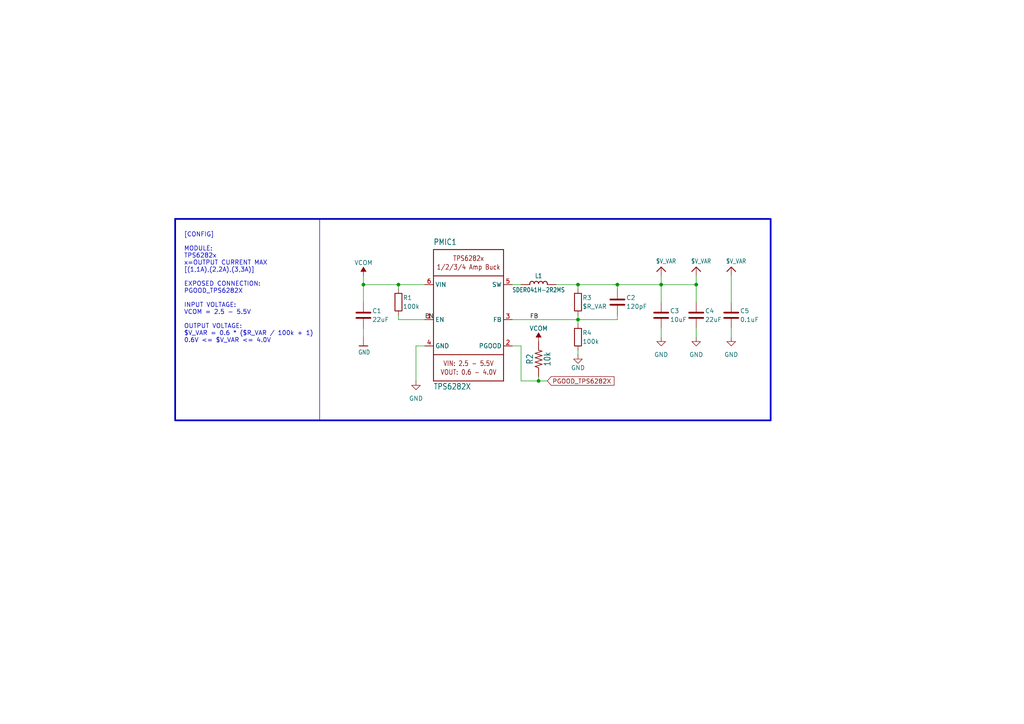
<source format=kicad_sch>
(kicad_sch (version 20230121) (generator eeschema)
  (paper "A4")
  (lib_symbols
    (symbol "Device:C" (pin_numbers hide) (pin_names (offset 0.254))
      (property "Reference" "C" (at 0.635 2.54 0))
      (property "Value" "C" (at 0.635 -2.54 0))
      (symbol "C_0_1"
        (polyline (pts (xy -2.032 -0.762) (xy 2.032 -0.762)) (stroke (width 0.508)))
        (polyline (pts (xy -2.032 0.762) (xy 2.032 0.762)) (stroke (width 0.508)))
      )
      (symbol "C_1_1"
        (pin passive line (at 0 3.81 270) (length 2.794) (name "~") (number "1"))
        (pin passive line (at 0 -3.81 90) (length 2.794) (name "~") (number "2"))
      )
    )
    (symbol "Device:R" (pin_numbers hide) (pin_names (offset 0))
      (property "Reference" "R" (at 2.032 0 90))
      (property "Value" "R" (at 0 0 90))
      (symbol "R_0_1"
        (rectangle (start -1.016 -2.54) (end 1.016 2.54) (stroke (width 0.254)))
      )
      (symbol "R_1_1"
        (pin passive line (at 0 3.81 270) (length 1.27) (name "~") (number "1"))
        (pin passive line (at 0 -3.81 90) (length 1.27) (name "~") (number "2"))
      )
    )
    (symbol "ESP32 Module-eagle-import:Resistor_R-USCHIP-0402(1005-METRIC)"
      (property "Reference" "R" (at 0 2.7686 0))
      (symbol "Resistor_R-USCHIP-0402(1005-METRIC)_1_0"
        (polyline (pts (xy -2.54 0) (xy -2.159 1.016)) (stroke (width 0.2032)))
        (polyline (pts (xy -2.159 1.016) (xy -1.524 -1.016)) (stroke (width 0.2032)))
        (polyline (pts (xy -1.524 -1.016) (xy -0.889 1.016)) (stroke (width 0.2032)))
        (polyline (pts (xy -0.889 1.016) (xy -0.254 -1.016)) (stroke (width 0.2032)))
        (polyline (pts (xy -0.254 -1.016) (xy 0.381 1.016)) (stroke (width 0.2032)))
        (polyline (pts (xy 0.381 1.016) (xy 1.016 -1.016)) (stroke (width 0.2032)))
        (polyline (pts (xy 1.016 -1.016) (xy 1.651 1.016)) (stroke (width 0.2032)))
        (polyline (pts (xy 1.651 1.016) (xy 2.286 -1.016)) (stroke (width 0.2032)))
        (polyline (pts (xy 2.286 -1.016) (xy 2.54 0)) (stroke (width 0.2032)))
        (pin passive line (at -5.08 0 0) (length 2.54) (name "1") (number "1"))
        (pin passive line (at 5.08 0 180) (length 2.54) (name "2") (number "2"))
      )
    )
    (symbol "ESP32 Module-eagle-import:adafruit_power_3.3V" (power)
      (property "Value" "adafruit_power_3.3V" (at -1.524 1.016 0))
      (symbol "adafruit_power_3.3V_1_0"
        (polyline (pts (xy -1.27 -1.27) (xy 0 0)) (stroke (width 0.254)))
        (polyline (pts (xy 0 0) (xy 1.27 -1.27)) (stroke (width 0.254)))
        (pin power_in line (at 0 -2.54 90) (length 2.54) (name "3.3V") (number "1"))
      )
    )
    (symbol "ESP32 Module-eagle-import:adafruit_power_TPS6282X"
      (property "Reference" "IC1" (at -10.16 22.86 0))
      (property "Value" "TPS6282X" (at -10.16 -20.32 0))
      (symbol "adafruit_power_TPS6282X_1_0"
        (polyline (pts (xy -10.16 -17.78) (xy 10.16 -17.78)) (stroke (width 0.254)))
        (polyline (pts (xy -10.16 -10.16) (xy -10.16 -17.78)) (stroke (width 0.254)))
        (polyline (pts (xy -10.16 -10.16) (xy -10.16 12.7)) (stroke (width 0.254)))
        (polyline (pts (xy -10.16 12.7) (xy -10.16 20.32)) (stroke (width 0.254)))
        (polyline (pts (xy -10.16 12.7) (xy 10.16 12.7)) (stroke (width 0.254)))
        (polyline (pts (xy -10.16 20.32) (xy 10.16 20.32)) (stroke (width 0.254)))
        (polyline (pts (xy 10.16 -17.78) (xy 10.16 -10.16)) (stroke (width 0.254)))
        (polyline (pts (xy 10.16 -10.16) (xy -10.16 -10.16)) (stroke (width 0.254)))
        (polyline (pts (xy 10.16 12.7) (xy 10.16 -10.16)) (stroke (width 0.254)))
        (polyline (pts (xy 10.16 20.32) (xy 10.16 12.7)) (stroke (width 0.254)))
        (text "1/2/3/4 Amp Buck" (at 0 15.24 0) (effects (font (size 1.4224 1.209))))
        (text "TPS6282x" (at 0 17.78 0) (effects (font (size 1.4224 1.209))))
        (text "VIN: 2.5 - 5.5V" (at 0 -12.7 0) (effects (font (size 1.4224 1.209))))
        (text "VOUT: 0.6 - 4.0V" (at 0 -15.24 0) (effects (font (size 1.4224 1.209))))
        (pin input line (at -12.7 0 0) (length 2.54) (name "EN") (number "1"))
        (pin output line (at 12.7 -7.62 180) (length 2.54) (name "PGOOD") (number "2"))
        (pin input line (at 12.7 0 180) (length 2.54) (name "FB") (number "3"))
        (pin power_in line (at -12.7 -7.62 0) (length 2.54) (name "GND") (number "4"))
        (pin power_in line (at 12.7 10.16 180) (length 2.54) (name "SW") (number "5"))
        (pin power_in line (at -12.7 10.16 0) (length 2.54) (name "VIN") (number "6"))
      )
    )
    (symbol "ESP32 Module-eagle-import:microbuilder_3.3V" (power)
      (property "Value" "microbuilder_3.3V" (at -1.524 1.016 0))
      (symbol "microbuilder_3.3V_1_0"
        (polyline (pts (xy -1.27 -1.27) (xy 0 0)) (stroke (width 0.254)))
        (polyline (pts (xy 0 0) (xy 1.27 -1.27)) (stroke (width 0.254)))
        (pin power_in line (at 0 -2.54 90) (length 2.54) (name "3.3V") (number "1"))
      )
    )
    (symbol "ESP32 Module-eagle-import:microbuilder_GND" (power)
      (property "Value" "microbuilder_GND" (at -1.524 -2.54 0))
      (symbol "microbuilder_GND_1_0"
        (polyline (pts (xy -1.27 0) (xy 1.27 0)) (stroke (width 0.254)))
        (pin power_in line (at 0 2.54 270) (length 2.54) (name "GND") (number "1"))
      )
    )
    (symbol "ESP32 Module-eagle-import:microbuilder_INDUCTOR_SRP0415"
      (property "Reference" "L" (at 0 2.54 0))
      (symbol "microbuilder_INDUCTOR_SRP0415_1_0"
        (arc (start -1.27 0.3173) (mid -1.9049 0.9497) (end -2.54 0.3175) (stroke (width 0.254)))
        (polyline (pts (xy -2.54 0.3175) (xy -2.54 0)) (stroke (width 0.254)))
        (polyline (pts (xy 2.54 0.3175) (xy 2.54 0)) (stroke (width 0.254)))
        (arc (start 0 0.3173) (mid -0.6349 0.9497) (end -1.27 0.3175) (stroke (width 0.254)))
        (arc (start 1.27 0.3173) (mid 0.6351 0.9497) (end 0 0.3175) (stroke (width 0.254)))
        (arc (start 2.54 0.3173) (mid 1.9051 0.9497) (end 1.27 0.3175) (stroke (width 0.254)))
        (pin passive line (at -5.08 0 0) (length 2.54) (name "1") (number "P$1"))
        (pin passive line (at 5.08 0 180) (length 2.54) (name "2") (number "P$2"))
      )
    )
    (symbol "power:GND" (power) (pin_names (offset 0))
      (property "Value" "GND" (at 0 -3.81 0))
      (symbol "GND_0_1"
        (polyline (pts (xy 0 0) (xy 0 -1.27) (xy 1.27 -1.27) (xy 0 -2.54) (xy -1.27 -1.27) (xy 0 -1.27)))
      )
      (symbol "GND_1_1"
        (pin power_in line (at 0 0 270) (length 0) hide (name "GND") (number "1"))
      )
    )
    (symbol "power:VCOM" (power) (pin_names (offset 0))
      (property "Value" "VCOM" (at 0 3.81 0))
      (symbol "VCOM_0_1"
        (polyline (pts (xy 0 0) (xy 0 2.54)))
        (polyline (pts (xy 0.762 1.27) (xy -0.762 1.27) (xy 0 2.54) (xy 0.762 1.27)) (fill (type outline)))
      )
      (symbol "VCOM_1_1"
        (pin power_in line (at 0 0 90) (length 0) hide (name "VCOM") (number "1"))
      )
    )
  )
  (junction (at 156.21 110.49))
  (junction (at 191.77 82.55))
  (junction (at 115.57 82.55))
  (junction (at 167.64 82.55))
  (junction (at 167.64 92.71))
  (junction (at 179.07 82.55))
  (junction (at 201.93 82.55))
  (junction (at 105.41 82.55))
  (wire (pts (xy 156.21 109.22) (xy 156.21 110.49)) (stroke (width 0.1524)))
  (wire (pts (xy 105.41 82.55) (xy 105.41 80.01)) (stroke (width 0.1524)))
  (wire (pts (xy 212.09 97.79) (xy 212.09 95.25)) (stroke (width 0.1524)))
  (wire (pts (xy 156.21 110.49) (xy 158.75 110.49)) (stroke (width 0.1524)))
  (wire (pts (xy 148.59 92.71) (xy 167.64 92.71)) (stroke (width 0.1524)))
  (wire (pts (xy 179.07 82.55) (xy 179.07 83.82)))
  (wire (pts (xy 167.64 82.55) (xy 167.64 83.82)))
  (wire (pts (xy 201.93 82.55) (xy 201.93 87.63)) (stroke (width 0.1524)))
  (wire (pts (xy 115.57 82.55) (xy 115.57 83.82)))
  (wire (pts (xy 167.64 91.44) (xy 167.64 92.71)))
  (wire (pts (xy 191.77 82.55) (xy 191.77 80.01)) (stroke (width 0.1524)))
  (wire (pts (xy 161.29 82.55) (xy 167.64 82.55)) (stroke (width 0.1524)))
  (wire (pts (xy 179.07 82.55) (xy 191.77 82.55)) (stroke (width 0.1524)))
  (wire (pts (xy 179.07 91.44) (xy 179.07 92.71)))
  (wire (pts (xy 212.09 80.01) (xy 212.09 87.63)) (stroke (width 0.1524)))
  (wire (pts (xy 105.41 82.55) (xy 105.41 87.63)) (stroke (width 0.1524)))
  (wire (pts (xy 120.65 100.33) (xy 120.65 110.49)) (stroke (width 0.1524)))
  (wire (pts (xy 179.07 82.55) (xy 177.8 82.55)))
  (wire (pts (xy 191.77 97.79) (xy 191.77 95.25)) (stroke (width 0.1524)))
  (wire (pts (xy 167.64 92.71) (xy 179.07 92.71)) (stroke (width 0.1524)))
  (wire (pts (xy 167.64 92.71) (xy 167.64 93.98)))
  (wire (pts (xy 148.59 100.33) (xy 151.13 100.33)) (stroke (width 0.1524)))
  (wire (pts (xy 167.64 82.55) (xy 179.07 82.55)) (stroke (width 0.1524)))
  (wire (pts (xy 201.93 80.01) (xy 201.93 82.55)) (stroke (width 0.1524)))
  (wire (pts (xy 191.77 82.55) (xy 191.77 87.63)) (stroke (width 0.1524)))
  (wire (pts (xy 151.13 82.55) (xy 148.59 82.55)) (stroke (width 0.1524)))
  (wire (pts (xy 123.19 100.33) (xy 120.65 100.33)) (stroke (width 0.1524)))
  (wire (pts (xy 167.64 101.6) (xy 167.64 102.87)) (stroke (width 0.1524)))
  (wire (pts (xy 201.93 97.79) (xy 201.93 95.25)) (stroke (width 0.1524)))
  (wire (pts (xy 123.19 92.71) (xy 115.57 92.71)) (stroke (width 0.1524)))
  (wire (pts (xy 115.57 91.44) (xy 115.57 92.71)) (stroke (width 0.1524)))
  (wire (pts (xy 115.57 82.55) (xy 123.19 82.55)) (stroke (width 0.1524)))
  (wire (pts (xy 105.41 82.55) (xy 115.57 82.55)) (stroke (width 0.1524)))
  (wire (pts (xy 151.13 100.33) (xy 151.13 110.49)) (stroke (width 0.1524)))
  (wire (pts (xy 191.77 82.55) (xy 201.93 82.55)) (stroke (width 0.1524)))
  (wire (pts (xy 105.41 97.79) (xy 105.41 95.25)) (stroke (width 0.1524)))
  (wire (pts (xy 151.13 110.49) (xy 156.21 110.49)) (stroke (width 0.1524)))
  (rectangle (start 50.8 63.5) (end 92.71 121.92))
  (rectangle (start 50.8 63.5) (end 223.52 121.92) (stroke (width 0.5)))
  (text "[CONFIG]\n\nMODULE:\nTPS6282x\nx=OUTPUT CURRENT MAX \n[(1,1A),(2,2A),(3,3A)]\n\nEXPOSED CONNECTION: \nPGOOD_TPS6282X\n\nINPUT VOLTAGE:\nVCOM = 2.5 - 5.5V\n\nOUTPUT VOLTAGE:\n$V_VAR = 0.6 * ($R_VAR / 100k + 1)\n0.6V <= $V_VAR <= 4.0V\n\n" (at 53.34 101.6 0) (effects (font (size 1.27 1.27)) (justify left bottom)))
  (label "FB" (at 153.67 92.71 0) (effects (font (size 1.2446 1.2446))))
  (label "EN" (at 123.19 92.71 0) (effects (font (size 1.2446 1.2446))))
  (global_label "PGOOD_TPS6282X" (shape input) (at 158.75 110.49 0) (property "Intersheetrefs" "${INTERSHEET_REFS}" (effects hide)))
  (symbol (lib_id "ESP32 Module-eagle-import:microbuilder_INDUCTOR_SRP0415") (at 156.21 82.55 0) (unit 1)
    (property "Reference" "L1" (at 156.21 80.01 0) (effects (font (size 1.27 1.0795))))
    (property "Value" "SDER041H-2R2MS" (at 156.21 84.09 0) (effects (font (size 1.27 1.0795))))
    (property "Footprint" "ESP32 Module:INDUCTOR_4X4MM_SRP0415" (effects hide))
  )
  (symbol (lib_id "power:VCOM") (at 156.21 99.06 0) (unit 1)
    (property "Reference" "#PWR03" (effects hide))
    (property "Value" "VCOM" (at 156.21 95.25 0))
  )
  (symbol (lib_id "power:GND") (at 191.77 97.79 0) (unit 1)
    (property "Reference" "#PWR05" (effects hide))
    (property "Value" "GND" (at 191.77 102.87 0))
  )
  (symbol (lib_id "ESP32 Module-eagle-import:adafruit_power_TPS6282X") (at 135.89 92.71 0) (unit 1)
    (property "Reference" "PMIC1" (at 125.73 71.12 0) (effects (font (size 1.6764 1.4249)) (justify left bottom)))
    (property "Value" "TPS6282X" (at 125.73 113.03 0) (effects (font (size 1.6764 1.4249)) (justify left bottom)))
    (property "Footprint" "ESP32 Module:VSON_6" (effects hide))
  )
  (symbol (lib_id "Device:C") (at 201.93 91.44 0) (unit 1)
    (property "Reference" "C4" (at 204.47 90.17 0) (effects (justify left)))
    (property "Value" "22uF" (at 204.47 92.71 0) (effects (justify left)))
    (property "Footprint" "Capacitor_SMD:C_0402_1005Metric" (effects hide))
  )
  (symbol (lib_id "Device:C") (at 212.09 91.44 0) (unit 1)
    (property "Reference" "C5" (at 214.63 90.17 0) (effects (justify left)))
    (property "Value" "0.1uF" (at 214.63 92.71 0) (effects (justify left)))
    (property "Footprint" "Capacitor_SMD:C_0402_1005Metric" (effects hide))
  )
  (symbol (lib_id "power:GND") (at 201.93 97.79 0) (unit 1)
    (property "Reference" "#PWR06" (effects hide))
    (property "Value" "GND" (at 201.93 102.87 0))
  )
  (symbol (lib_id "Device:C") (at 105.41 91.44 0) (unit 1)
    (property "Reference" "C1" (at 107.95 90.17 0) (effects (justify left)))
    (property "Value" "22uF" (at 107.95 92.71 0) (effects (justify left)))
    (property "Footprint" "Capacitor_SMD:C_0402_1005Metric" (effects hide))
  )
  (symbol (lib_id "ESP32 Module-eagle-import:Resistor_R-USCHIP-0402(1005-METRIC)") (at 156.21 104.14 90) (unit 1)
    (property "Reference" "R2" (at 153.67 104.14 0) (effects (font (size 1.778 1.5113))))
    (property "Value" "10k" (at 158.75 104.14 0) (effects (font (size 1.778 1.5113))))
    (property "Footprint" "ESP32 Module:RESC1005X40" (effects hide))
  )
  (symbol (lib_id "ESP32 Module-eagle-import:microbuilder_3.3V") (at 212.09 77.47 0) (unit 1)
    (property "Reference" "#U$04" (effects hide))
    (property "Value" "$V_VAR" (at 210.566 76.454 0) (effects (font (size 1.27 1.0795)) (justify left bottom)))
  )
  (symbol (lib_id "ESP32 Module-eagle-import:microbuilder_GND") (at 105.41 100.33 0) (unit 1)
    (property "Reference" "#U$01" (effects hide))
    (property "Value" "GND" (at 103.886 102.87 0) (effects (font (size 1.27 1.0795)) (justify left bottom)))
  )
  (symbol (lib_id "Device:R") (at 167.64 87.63 0) (unit 1)
    (property "Reference" "R3" (at 168.91 86.36 0) (effects (justify left)))
    (property "Value" "$R_VAR" (at 168.91 88.9 0) (effects (justify left)))
    (property "Footprint" "Resistor_SMD:R_01005_0402Metric" (effects hide))
  )
  (symbol (lib_id "Device:R") (at 167.64 97.79 0) (unit 1)
    (property "Reference" "R4" (at 168.91 96.52 0) (effects (justify left)))
    (property "Value" "100k" (at 168.91 99.06 0) (effects (justify left)))
    (property "Footprint" "Resistor_SMD:R_01005_0402Metric" (effects hide))
  )
  (symbol (lib_id "power:GND") (at 120.65 110.49 0) (unit 1)
    (property "Reference" "#PWR02" (effects hide))
    (property "Value" "GND" (at 120.65 115.57 0))
  )
  (symbol (lib_id "ESP32 Module-eagle-import:adafruit_power_3.3V") (at 201.93 77.47 0) (unit 1)
    (property "Reference" "#U$03" (effects hide))
    (property "Value" "$V_VAR" (at 200.406 76.454 0) (effects (font (size 1.27 1.0795)) (justify left bottom)))
  )
  (symbol (lib_id "power:GND") (at 167.64 102.87 0) (unit 1)
    (property "Reference" "#PWR04" (effects hide))
    (property "Value" "GND" (at 167.64 106.68 0))
  )
  (symbol (lib_id "Device:C") (at 191.77 91.44 0) (unit 1)
    (property "Reference" "C3" (at 194.31 90.17 0) (effects (justify left)))
    (property "Value" "10uF" (at 194.31 92.71 0) (effects (justify left)))
    (property "Footprint" "Capacitor_SMD:C_0402_1005Metric" (effects hide))
  )
  (symbol (lib_id "power:VCOM") (at 105.41 80.01 0) (unit 1)
    (property "Reference" "#PWR01" (effects hide))
    (property "Value" "VCOM" (at 105.41 76.2 0))
  )
  (symbol (lib_id "Device:C") (at 179.07 87.63 0) (unit 1)
    (property "Reference" "C2" (at 181.61 86.36 0) (effects (justify left)))
    (property "Value" "120pF" (at 181.61 88.9 0) (effects (justify left)))
    (property "Footprint" "Capacitor_SMD:C_0402_1005Metric" (effects hide))
  )
  (symbol (lib_id "power:GND") (at 212.09 97.79 0) (unit 1)
    (property "Reference" "#PWR07" (effects hide))
    (property "Value" "GND" (at 212.09 102.87 0))
  )
  (symbol (lib_id "Device:R") (at 115.57 87.63 0) (unit 1)
    (property "Reference" "R1" (at 116.84 86.36 0) (effects (justify left)))
    (property "Value" "100k" (at 116.84 88.9 0) (effects (justify left)))
    (property "Footprint" "Resistor_SMD:R_01005_0402Metric" (effects hide))
  )
  (symbol (lib_id "ESP32 Module-eagle-import:adafruit_power_3.3V") (at 191.77 77.47 0) (unit 1)
    (property "Reference" "#U$02" (effects hide))
    (property "Value" "$V_VAR" (at 190.246 76.454 0) (effects (font (size 1.27 1.0795)) (justify left bottom)))
  )
)
</source>
